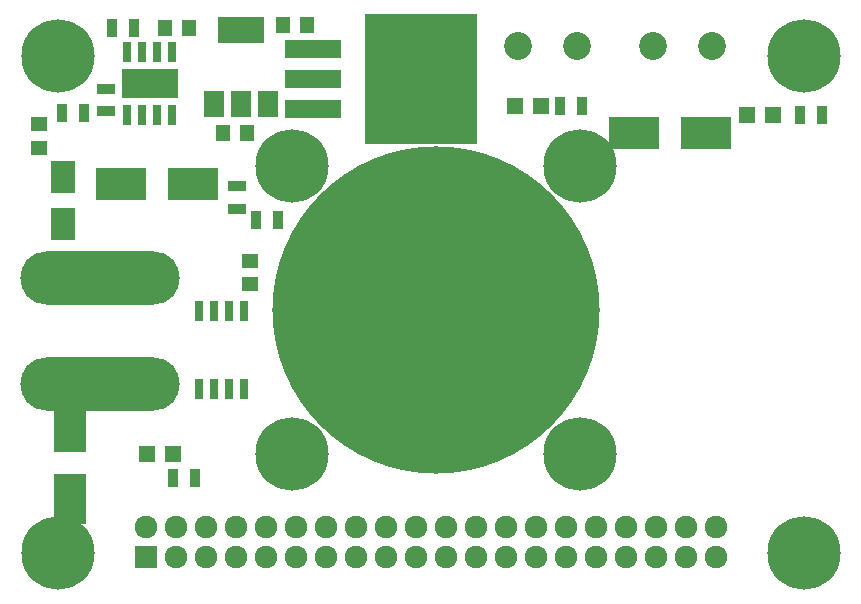
<source format=gts>
G04 #@! TF.FileFunction,Soldermask,Top*
%FSLAX46Y46*%
G04 Gerber Fmt 4.6, Leading zero omitted, Abs format (unit mm)*
G04 Created by KiCad (PCBNEW 4.0.7-e2-6376~58~ubuntu16.04.1) date Thu Apr 12 02:42:30 2018*
%MOMM*%
%LPD*%
G01*
G04 APERTURE LIST*
%ADD10C,0.100000*%
%ADD11R,2.700000X4.200000*%
%ADD12R,1.450000X1.200000*%
%ADD13R,4.200000X2.700000*%
%ADD14R,1.200000X1.450000*%
%ADD15R,2.000000X2.700000*%
%ADD16C,2.359000*%
%ADD17R,1.927200X1.927200*%
%ADD18O,1.927200X1.927200*%
%ADD19C,1.724000*%
%ADD20O,13.500000X4.500000*%
%ADD21C,6.200000*%
%ADD22C,27.700000*%
%ADD23R,0.900000X1.500000*%
%ADD24R,1.500000X0.900000*%
%ADD25R,0.800000X1.750000*%
%ADD26R,2.700000X1.375000*%
%ADD27R,0.708000X1.724000*%
%ADD28R,4.000000X2.200000*%
%ADD29R,1.700000X2.200000*%
%ADD30R,1.400000X1.400000*%
%ADD31R,4.800000X1.590000*%
%ADD32R,9.600000X11.000000*%
G04 APERTURE END LIST*
D10*
D11*
X23368000Y-68324000D03*
X23368000Y-74424000D03*
D12*
X20701000Y-42688000D03*
X20701000Y-44688000D03*
D13*
X33784000Y-47752000D03*
X27684000Y-47752000D03*
D14*
X43418000Y-34290000D03*
X41418000Y-34290000D03*
D13*
X77218000Y-43434000D03*
X71118000Y-43434000D03*
D14*
X38338000Y-43434000D03*
X36338000Y-43434000D03*
X33385000Y-34544000D03*
X31385000Y-34544000D03*
D12*
X38608000Y-56245000D03*
X38608000Y-54245000D03*
D15*
X22733000Y-51149000D03*
X22733000Y-47149000D03*
D16*
X77684000Y-36068000D03*
X72684000Y-36068000D03*
X66254000Y-36068000D03*
X61254000Y-36068000D03*
D17*
X29768800Y-79353715D03*
D18*
X29768800Y-76813715D03*
X32308800Y-79353715D03*
X32308800Y-76813715D03*
X34848800Y-79353715D03*
X34848800Y-76813715D03*
X37388800Y-79353715D03*
X37388800Y-76813715D03*
X39928800Y-79353715D03*
X39928800Y-76813715D03*
X42468800Y-79353715D03*
X42468800Y-76813715D03*
X45008800Y-79353715D03*
X45008800Y-76813715D03*
X47548800Y-79353715D03*
X47548800Y-76813715D03*
X50088800Y-79353715D03*
X50088800Y-76813715D03*
X52628800Y-79353715D03*
X52628800Y-76813715D03*
X55168800Y-79353715D03*
X55168800Y-76813715D03*
X57708800Y-79353715D03*
X57708800Y-76813715D03*
X60248800Y-79353715D03*
X60248800Y-76813715D03*
X62788800Y-79353715D03*
X62788800Y-76813715D03*
X65328800Y-79353715D03*
X65328800Y-76813715D03*
X67868800Y-79353715D03*
X67868800Y-76813715D03*
X70408800Y-79353715D03*
X70408800Y-76813715D03*
X72948800Y-79353715D03*
X72948800Y-76813715D03*
X75488800Y-79353715D03*
X75488800Y-76813715D03*
X78028800Y-79353715D03*
X78028800Y-76813715D03*
D19*
X25908000Y-64008000D03*
X27178000Y-65278000D03*
X28448000Y-64008000D03*
X30988000Y-64008000D03*
X29718000Y-65278000D03*
X23368000Y-64008000D03*
X24638000Y-65278000D03*
X22098000Y-65278000D03*
X27178000Y-55118000D03*
X28448000Y-56388000D03*
X30988000Y-56388000D03*
X29718000Y-55118000D03*
X23368000Y-56388000D03*
X24638000Y-55118000D03*
X22098000Y-55118000D03*
X20828000Y-56388000D03*
D20*
X25908000Y-55698000D03*
X25908000Y-64698000D03*
D19*
X25908000Y-56388000D03*
X20828000Y-64008000D03*
D21*
X22352000Y-78994000D03*
X85463837Y-78994000D03*
X85463837Y-36882121D03*
X22352000Y-36882121D03*
D22*
X54312000Y-58394000D03*
D21*
X66512000Y-70594000D03*
X42112000Y-46194000D03*
X42112000Y-70594000D03*
X66512000Y-46194000D03*
D23*
X87056000Y-41910000D03*
X85156000Y-41910000D03*
X66736000Y-41148000D03*
X64836000Y-41148000D03*
X32070000Y-72644000D03*
X33970000Y-72644000D03*
X28763000Y-34544000D03*
X26863000Y-34544000D03*
X24572000Y-41783000D03*
X22672000Y-41783000D03*
D24*
X26416000Y-39690000D03*
X26416000Y-41590000D03*
X37465000Y-47945000D03*
X37465000Y-49845000D03*
D23*
X39055000Y-50800000D03*
X40955000Y-50800000D03*
D25*
X32004000Y-36543000D03*
X30734000Y-36543000D03*
X29464000Y-36543000D03*
X28194000Y-36543000D03*
X28194000Y-41943000D03*
X29464000Y-41943000D03*
X30734000Y-41943000D03*
X32004000Y-41943000D03*
D26*
X29099000Y-39830500D03*
X31099000Y-39830500D03*
X29099000Y-38655500D03*
X31099000Y-38655500D03*
D27*
X38100000Y-65151000D03*
X36830000Y-65151000D03*
X35560000Y-65151000D03*
X34290000Y-65151000D03*
X34290000Y-58547000D03*
X35560000Y-58547000D03*
X36830000Y-58547000D03*
X38100000Y-58547000D03*
D28*
X37846000Y-34696000D03*
D29*
X37846000Y-40996000D03*
X40146000Y-40996000D03*
X35546000Y-40996000D03*
D30*
X80688000Y-41910000D03*
X82888000Y-41910000D03*
X61003000Y-41148000D03*
X63203000Y-41148000D03*
X29888000Y-70612000D03*
X32088000Y-70612000D03*
D31*
X43934000Y-38862000D03*
D32*
X53094000Y-38862000D03*
D31*
X43934000Y-41402000D03*
X43934000Y-36322000D03*
M02*

</source>
